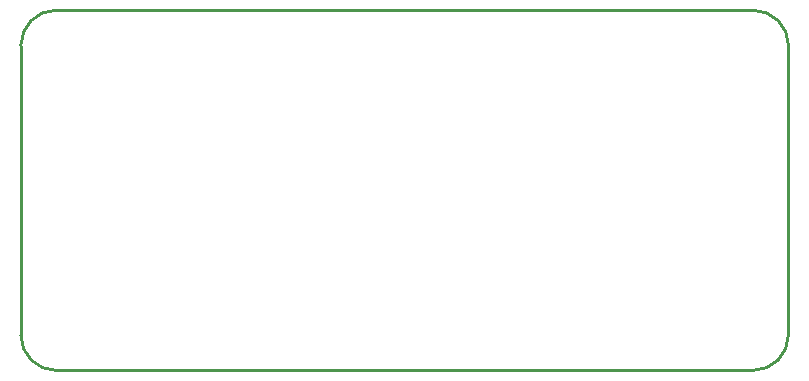
<source format=gko>
G04 Layer: BoardOutlineLayer*
G04 EasyEDA v6.5.23, 2025-01-15 23:58:28*
G04 61e01307cd854d7a9ca4b8b954f7b644,f9be1a6569124c8bb78035afb8aa2461,10*
G04 Gerber Generator version 0.2*
G04 Scale: 100 percent, Rotated: No, Reflected: No *
G04 Dimensions in millimeters *
G04 leading zeros omitted , absolute positions ,4 integer and 5 decimal *
%FSLAX45Y45*%
%MOMM*%

%ADD10C,0.2540*%
D10*
X0Y-2749994D02*
G01*
X0Y-299999D01*
X6199987Y-3049993D02*
G01*
X299999Y-3049993D01*
X6499986Y-299999D02*
G01*
X6499986Y-2749994D01*
X299999Y0D02*
G01*
X6199987Y0D01*
G75*
G01*
X6199988Y0D02*
G02*
X6499987Y-299999I0J-299999D01*
G75*
G01*
X6499987Y-2749994D02*
G02*
X6199988Y-3049994I-299999J0D01*
G75*
G01*
X299999Y-3049994D02*
G02*
X0Y-2749994I0J300000D01*
G75*
G01*
X0Y-299999D02*
G02*
X299999Y0I299999J0D01*

%LPD*%
M02*

</source>
